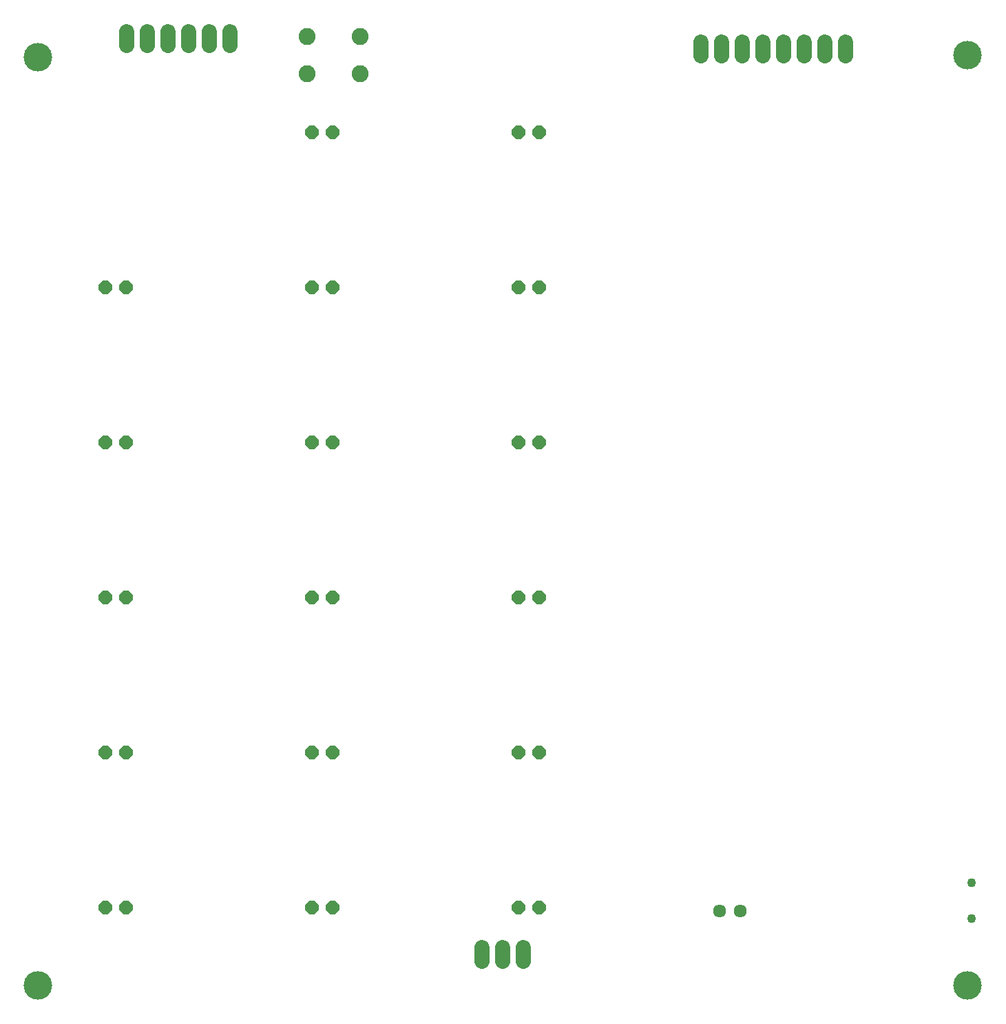
<source format=gbs>
G75*
G70*
%OFA0B0*%
%FSLAX24Y24*%
%IPPOS*%
%LPD*%
%AMOC8*
5,1,8,0,0,1.08239X$1,22.5*
%
%ADD10C,0.1380*%
%ADD11OC8,0.0640*%
%ADD12C,0.0720*%
%ADD13C,0.0635*%
%ADD14C,0.0434*%
%ADD15C,0.0820*%
D10*
X002601Y002601D03*
X002601Y047501D03*
X047601Y047601D03*
X047601Y002601D03*
D11*
X026851Y006351D03*
X025851Y006351D03*
X025851Y013851D03*
X026851Y013851D03*
X026851Y021351D03*
X025851Y021351D03*
X025851Y028851D03*
X026851Y028851D03*
X026851Y036351D03*
X025851Y036351D03*
X025851Y043851D03*
X026851Y043851D03*
X016851Y043851D03*
X015851Y043851D03*
X015851Y036351D03*
X016851Y036351D03*
X016851Y028851D03*
X015851Y028851D03*
X015851Y021351D03*
X016851Y021351D03*
X016851Y013851D03*
X015851Y013851D03*
X015851Y006351D03*
X016851Y006351D03*
X006851Y006351D03*
X005851Y006351D03*
X005851Y013851D03*
X006851Y013851D03*
X006851Y021351D03*
X005851Y021351D03*
X005851Y028851D03*
X006851Y028851D03*
X006851Y036351D03*
X005851Y036351D03*
D12*
X006901Y048081D02*
X006901Y048721D01*
X007901Y048721D02*
X007901Y048081D01*
X008901Y048081D02*
X008901Y048721D01*
X009901Y048721D02*
X009901Y048081D01*
X010901Y048081D02*
X010901Y048721D01*
X011901Y048721D02*
X011901Y048081D01*
X034701Y048221D02*
X034701Y047581D01*
X035701Y047581D02*
X035701Y048221D01*
X036701Y048221D02*
X036701Y047581D01*
X037701Y047581D02*
X037701Y048221D01*
X038701Y048221D02*
X038701Y047581D01*
X039701Y047581D02*
X039701Y048221D01*
X040701Y048221D02*
X040701Y047581D01*
X041701Y047581D02*
X041701Y048221D01*
X026101Y004421D02*
X026101Y003781D01*
X025101Y003781D02*
X025101Y004421D01*
X024101Y004421D02*
X024101Y003781D01*
D13*
X035601Y006201D03*
X036601Y006201D03*
D14*
X047801Y005835D03*
X047801Y007567D03*
D15*
X018181Y046711D03*
X018181Y048491D03*
X015621Y048491D03*
X015621Y046711D03*
M02*

</source>
